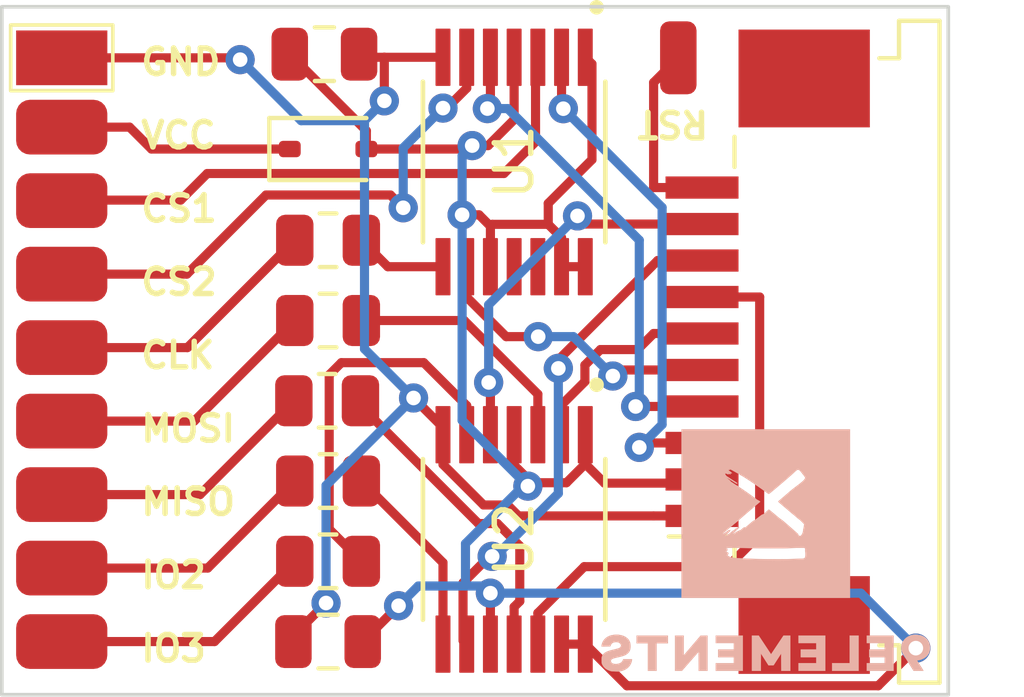
<source format=kicad_pcb>
(kicad_pcb (version 20240108) (generator "pcbnew") (generator_version "8.0")
  (title_block (comment 4 "AISLER Project ID: ACSKGVNI"))
  (layers (0 "F.Cu" signal) (31 "B.Cu" signal) (34 "B.Paste" user) (35 "F.Paste" user) (36 "B.SilkS" user "B.Silkscreen") (37 "F.SilkS" user "F.Silkscreen") (38 "B.Mask" user) (39 "F.Mask" user) (44 "Edge.Cuts" user))
  (net 0 "")
  (net 1 "+3.3V")
  (net 2 "GND")
  (net 3 "P_CS1")
  (net 4 "P_CLK")
  (net 5 "P_MISO")
  (net 6 "P_MOSI")
  (net 7 "P_IO2")
  (net 8 "P_IO3")
  (net 9 "P_CS2")
  (net 10 "CS1")
  (net 11 "CLK")
  (net 12 "MISO")
  (net 13 "MOSI")
  (net 14 "IO2")
  (net 15 "IO3")
  (net 16 "CS2")
  (net 17 "Net-(D1-K)")
  (net 18 "Net-(J1-Pin_10)")
  (net 19 "Net-(J2-Pin_5)")
  (net 20 "Net-(J2-Pin_6)")
  (net 21 "Net-(J2-Pin_7)")
  (net 22 "Net-(J2-Pin_8)")
  (net 23 "Net-(J2-Pin_9)")
  (footprint "TMUX1511PWR:SOP65P640X120-14N" (layer "F.Cu") (at 14.1 14.6 -90)
    (property "Reference" "U2" (at 0 0 90) (layer "F.SilkS"))
    (property "Value" "TMUX1511PWR" (hide yes))
    (pad "1" smd roundrect (at -2.87 -1.95 270) (size 1.57 0.41) (layers "F.Cu" "F.Paste" "F.Mask") (roundrect_rratio 0.05) (net 1 "+3.3V"))
    (pad "2" smd roundrect (at -2.87 -1.3 270) (size 1.57 0.41) (layers "F.Cu" "F.Paste" "F.Mask") (roundrect_rratio 0.05) (net 6 "P_MOSI"))
    (pad "3" smd roundrect (at -2.87 -0.65 270) (size 1.57 0.41) (layers "F.Cu" "F.Paste" "F.Mask") (roundrect_rratio 0.05) (net 13 "MOSI"))
    (pad "4" smd roundrect (at -2.87 0 270) (size 1.57 0.41) (layers "F.Cu" "F.Paste" "F.Mask") (roundrect_rratio 0.05) (net 1 "+3.3V"))
    (pad "5" smd roundrect (at -2.87 0.65 270) (size 1.57 0.41) (layers "F.Cu" "F.Paste" "F.Mask") (roundrect_rratio 0.05) (net 8 "P_IO3"))
    (pad "6" smd roundrect (at -2.87 1.3 270) (size 1.57 0.41) (layers "F.Cu" "F.Paste" "F.Mask") (roundrect_rratio 0.05) (net 15 "IO3"))
    (pad "7" smd roundrect (at -2.87 1.95 270) (size 1.57 0.41) (layers "F.Cu" "F.Paste" "F.Mask") (roundrect_rratio 0.05) (net 2 "GND"))
    (pad "8" smd roundrect (at 2.87 1.95 270) (size 1.57 0.41) (layers "F.Cu" "F.Paste" "F.Mask") (roundrect_rratio 0.05) (net 14 "IO2"))
    (pad "9" smd roundrect (at 2.87 1.3 270) (size 1.57 0.41) (layers "F.Cu" "F.Paste" "F.Mask") (roundrect_rratio 0.05) (net 7 "P_IO2"))
    (pad "10" smd roundrect (at 2.87 0.65 270) (size 1.57 0.41) (layers "F.Cu" "F.Paste" "F.Mask") (roundrect_rratio 0.05) (net 1 "+3.3V"))
    (pad "11" smd roundrect (at 2.87 0 270) (size 1.57 0.41) (layers "F.Cu" "F.Paste" "F.Mask") (roundrect_rratio 0.05) (net 12 "MISO"))
    (pad "12" smd roundrect (at 2.87 -0.65 270) (size 1.57 0.41) (layers "F.Cu" "F.Paste" "F.Mask") (roundrect_rratio 0.05) (net 5 "P_MISO"))
    (pad "13" smd roundrect (at 2.87 -1.3 270) (size 1.57 0.41) (layers "F.Cu" "F.Paste" "F.Mask") (roundrect_rratio 0.05) (net 1 "+3.3V"))
    (pad "14" smd roundrect (at 2.87 -1.95 270) (size 1.57 0.41) (layers "F.Cu" "F.Paste" "F.Mask") (roundrect_rratio 0.05) (net 1 "+3.3V"))
  )
  (footprint "TMUX1511PWR:SOP65P640X120-14N" (layer "F.Cu") (at 14.1 4.255 -90)
    (property "Reference" "U1" (at 0 0 90) (layer "F.SilkS"))
    (property "Value" "TMUX1511PWR" (hide yes))
    (pad "1" smd roundrect (at -2.87 -1.95 270) (size 1.57 0.41) (layers "F.Cu" "F.Paste" "F.Mask") (roundrect_rratio 0.05) (net 1 "+3.3V"))
    (pad "2" smd roundrect (at -2.87 -1.3 270) (size 1.57 0.41) (layers "F.Cu" "F.Paste" "F.Mask") (roundrect_rratio 0.05) (net 3 "P_CS1"))
    (pad "3" smd roundrect (at -2.87 -0.65 270) (size 1.57 0.41) (layers "F.Cu" "F.Paste" "F.Mask") (roundrect_rratio 0.05) (net 10 "CS1"))
    (pad "4" smd roundrect (at -2.87 0 270) (size 1.57 0.41) (layers "F.Cu" "F.Paste" "F.Mask") (roundrect_rratio 0.05) (net 1 "+3.3V"))
    (pad "5" smd roundrect (at -2.87 0.65 270) (size 1.57 0.41) (layers "F.Cu" "F.Paste" "F.Mask") (roundrect_rratio 0.05) (net 9 "P_CS2"))
    (pad "6" smd roundrect (at -2.87 1.3 270) (size 1.57 0.41) (layers "F.Cu" "F.Paste" "F.Mask") (roundrect_rratio 0.05) (net 16 "CS2"))
    (pad "7" smd roundrect (at -2.87 1.95 270) (size 1.57 0.41) (layers "F.Cu" "F.Paste" "F.Mask") (roundrect_rratio 0.05) (net 2 "GND"))
    (pad "8" smd roundrect (at 2.87 1.95 270) (size 1.57 0.41) (layers "F.Cu" "F.Paste" "F.Mask") (roundrect_rratio 0.05) (net 11 "CLK"))
    (pad "9" smd roundrect (at 2.87 1.3 270) (size 1.57 0.41) (layers "F.Cu" "F.Paste" "F.Mask") (roundrect_rratio 0.05) (net 4 "P_CLK"))
    (pad "10" smd roundrect (at 2.87 0.65 270) (size 1.57 0.41) (layers "F.Cu" "F.Paste" "F.Mask") (roundrect_rratio 0.05) (net 1 "+3.3V"))
    (pad "11" smd roundrect (at 2.87 0 270) (size 1.57 0.41) (layers "F.Cu" "F.Paste" "F.Mask") (roundrect_rratio 0.05))
    (pad "12" smd roundrect (at 2.87 -0.65 270) (size 1.57 0.41) (layers "F.Cu" "F.Paste" "F.Mask") (roundrect_rratio 0.05))
    (pad "13" smd roundrect (at 2.87 -1.3 270) (size 1.57 0.41) (layers "F.Cu" "F.Paste" "F.Mask") (roundrect_rratio 0.05) (net 1 "+3.3V"))
    (pad "14" smd roundrect (at 2.87 -1.95 270) (size 1.57 0.41) (layers "F.Cu" "F.Paste" "F.Mask") (roundrect_rratio 0.05) (net 1 "+3.3V"))
  )
  (footprint "Capacitor_SMD:C_0805_2012Metric" (layer "F.Cu") (at 8.9 1.3)
    (property "Reference" "C2" (hide yes))
    (property "Value" "100n" (hide yes))
    (pad "1" smd roundrect (at -0.95 0) (size 1 1.45) (layers "F.Cu" "F.Paste" "F.Mask") (net 1 "+3.3V"))
    (pad "2" smd roundrect (at 0.95 0) (size 1 1.45) (layers "F.Cu" "F.Paste" "F.Mask") (net 2 "GND"))
  )
  (footprint "Resistor_SMD:R_0805_2012Metric" (layer "F.Cu") (at 8.975 10.8)
    (property "Reference" "R4" (hide yes))
    (property "Value" "100")
    (pad "1" smd roundrect (at -0.9125 0) (size 1.025 1.4) (layers "F.Cu" "F.Paste" "F.Mask") (roundrect_rratio 0.243902439) (net 21 "Net-(J2-Pin_7)"))
    (pad "2" smd roundrect (at 0.9125 0) (size 1.025 1.4) (layers "F.Cu" "F.Paste" "F.Mask") (roundrect_rratio 0.243902439) (net 12 "MISO"))
  )
  (footprint "Resistor_SMD:R_0805_2012Metric" (layer "F.Cu") (at 9 8.6)
    (property "Reference" "R5" (hide yes))
    (property "Value" "100")
    (pad "1" smd roundrect (at -0.9125 0) (size 1.025 1.4) (layers "F.Cu" "F.Paste" "F.Mask") (roundrect_rratio 0.243902439) (net 20 "Net-(J2-Pin_6)"))
    (pad "2" smd roundrect (at 0.9125 0) (size 1.025 1.4) (layers "F.Cu" "F.Paste" "F.Mask") (roundrect_rratio 0.243902439) (net 13 "MOSI"))
  )
  (footprint "Connector_Wire:SolderWirePad_1x01_SMD_1x2mm" (layer "F.Cu") (at 18.6 1.4)
    (property "Reference" "J3" (hide yes))
    (property "Value" "Conn_01x01" (hide yes))
    (pad "1" smd roundrect (at 0 0) (size 1 2) (layers "F.Cu" "F.Paste" "F.Mask") (net 18 "Net-(J1-Pin_10)"))
  )
  (footprint "Resistor_SMD:R_0805_2012Metric" (layer "F.Cu") (at 9 15.2)
    (property "Reference" "R2" (hide yes))
    (property "Value" "100" (hide yes))
    (pad "1" smd roundrect (at -0.9125 0) (size 1.025 1.4) (layers "F.Cu" "F.Paste" "F.Mask") (roundrect_rratio 0.243902439) (net 23 "Net-(J2-Pin_9)"))
    (pad "2" smd roundrect (at 0.9125 0) (size 1.025 1.4) (layers "F.Cu" "F.Paste" "F.Mask") (roundrect_rratio 0.243902439) (net 15 "IO3"))
  )
  (footprint "Resistor_SMD:R_0805_2012Metric" (layer "F.Cu") (at 9 6.4)
    (property "Reference" "R1" (hide yes))
    (property "Value" "100")
    (pad "1" smd roundrect (at -0.9125 0) (size 1.025 1.4) (layers "F.Cu" "F.Paste" "F.Mask") (roundrect_rratio 0.243902439) (net 19 "Net-(J2-Pin_5)"))
    (pad "2" smd roundrect (at 0.9125 0) (size 1.025 1.4) (layers "F.Cu" "F.Paste" "F.Mask") (roundrect_rratio 0.243902439) (net 11 "CLK"))
  )
  (footprint "Capacitor_SMD:C_0805_2012Metric" (layer "F.Cu") (at 9 17.4 180)
    (property "Reference" "C1" (hide yes))
    (property "Value" "100n" (hide yes))
    (pad "1" smd roundrect (at -0.95 0 180) (size 1 1.45) (layers "F.Cu" "F.Paste" "F.Mask") (net 1 "+3.3V"))
    (pad "2" smd roundrect (at 0.95 0 180) (size 1 1.45) (layers "F.Cu" "F.Paste" "F.Mask") (net 2 "GND"))
  )
  (footprint "Connector_FFC-FPC:TE_1-84952-0_1x10-1MP_P1.0mm_Horizontal" (layer "F.Cu") (at 21.05 9.456 90)
    (property "Reference" "J1" (hide yes))
    (property "Value" "Conn_01x10_Socket" (hide yes))
    (pad "1" smd rect (at -4.5 -1.8 90) (size 0.61 2) (layers "F.Cu" "F.Paste" "F.Mask") (net 2 "GND"))
    (pad "2" smd rect (at -3.5 -1.8 90) (size 0.61 2) (layers "F.Cu" "F.Paste" "F.Mask") (net 1 "+3.3V"))
    (pad "3" smd rect (at -2.5 -1.8 90) (size 0.61 2) (layers "F.Cu" "F.Paste" "F.Mask") (net 3 "P_CS1"))
    (pad "4" smd rect (at -1.5 -1.8 90) (size 0.61 2) (layers "F.Cu" "F.Paste" "F.Mask") (net 9 "P_CS2"))
    (pad "5" smd rect (at -0.5 -1.8 90) (size 0.61 2) (layers "F.Cu" "F.Paste" "F.Mask") (net 4 "P_CLK"))
    (pad "6" smd rect (at 0.5 -1.8 90) (size 0.61 2) (layers "F.Cu" "F.Paste" "F.Mask") (net 6 "P_MOSI"))
    (pad "7" smd rect (at 1.5 -1.8 90) (size 0.61 2) (layers "F.Cu" "F.Paste" "F.Mask") (net 5 "P_MISO"))
    (pad "8" smd rect (at 2.5 -1.8 90) (size 0.61 2) (layers "F.Cu" "F.Paste" "F.Mask") (net 7 "P_IO2"))
    (pad "9" smd rect (at 3.5 -1.8 90) (size 0.61 2) (layers "F.Cu" "F.Paste" "F.Mask") (net 8 "P_IO3"))
    (pad "10" smd rect (at 4.5 -1.8 90) (size 0.61 2) (layers "F.Cu" "F.Paste" "F.Mask") (net 18 "Net-(J1-Pin_10)"))
    (pad "MP" smd rect (at -7.49 1 90) (size 2.68 3.6) (layers "F.Cu" "F.Paste" "F.Mask"))
    (pad "MP" smd rect (at 7.49 1 90) (size 2.68 3.6) (layers "F.Cu" "F.Paste" "F.Mask"))
  )
  (footprint "pad:wire_pad_row_1x09-2x3mm" (layer "F.Cu") (at 1.7 1.4 -90)
    (property "Reference" "J2" (hide yes))
    (property "Value" "SPI_Socket" (hide yes))
    (pad "1" smd rect (at 0 0 270) (size 1.5 2.5) (layers "F.Cu" "F.Paste" "F.Mask") (net 2 "GND"))
    (pad "2" smd roundrect (at 1.9 0 270) (size 1.5 2.5) (layers "F.Cu" "F.Paste" "F.Mask") (net 17 "Net-(D1-K)"))
    (pad "3" smd roundrect (at 3.914285 0 270) (size 1.5 2.5) (layers "F.Cu" "F.Paste" "F.Mask") (net 10 "CS1"))
    (pad "4" smd roundrect (at 5.92857 0 270) (size 1.5 2.5) (layers "F.Cu" "F.Paste" "F.Mask") (net 16 "CS2"))
    (pad "5" smd roundrect (at 7.942855 0 270) (size 1.5 2.5) (layers "F.Cu" "F.Paste" "F.Mask") (net 19 "Net-(J2-Pin_5)"))
    (pad "6" smd roundrect (at 9.95714 0 270) (size 1.5 2.5) (layers "F.Cu" "F.Paste" "F.Mask") (net 20 "Net-(J2-Pin_6)"))
    (pad "7" smd roundrect (at 11.971425 0 270) (size 1.5 2.5) (layers "F.Cu" "F.Paste" "F.Mask") (net 21 "Net-(J2-Pin_7)"))
    (pad "8" smd roundrect (at 13.98571 0 270) (size 1.5 2.5) (layers "F.Cu" "F.Paste" "F.Mask") (net 22 "Net-(J2-Pin_8)"))
    (pad "9" smd roundrect (at 16 0 270) (size 1.5 2.5) (layers "F.Cu" "F.Paste" "F.Mask") (net 23 "Net-(J2-Pin_9)"))
  )
  (footprint "Diode_SMD:D_SOD-323" (layer "F.Cu") (at 9 3.9)
    (property "Reference" "D1" (hide yes))
    (property "Value" "BAT60A" (hide yes))
    (pad "1" smd roundrect (at -1.05 0) (size 0.6 0.45) (layers "F.Cu" "F.Paste" "F.Mask") (net 17 "Net-(D1-K)"))
    (pad "2" smd roundrect (at 1.05 0) (size 0.6 0.45) (layers "F.Cu" "F.Paste" "F.Mask") (net 1 "+3.3V"))
  )
  (footprint "Resistor_SMD:R_0805_2012Metric" (layer "F.Cu") (at 9 13)
    (property "Reference" "R3" (hide yes))
    (property "Value" "100")
    (pad "1" smd roundrect (at -0.9125 0) (size 1.025 1.4) (layers "F.Cu" "F.Paste" "F.Mask") (roundrect_rratio 0.243902439) (net 22 "Net-(J2-Pin_8)"))
    (pad "2" smd roundrect (at 0.9125 0) (size 1.025 1.4) (layers "F.Cu" "F.Paste" "F.Mask") (roundrect_rratio 0.243902439) (net 14 "IO2"))
  )
  (footprint "pi_hat_spi_v2:9elogo" (layer "B.Cu") (at 21 14.9 180)
    (property "Reference" "G***" (hide yes))
    (property "Value" "LOGO" (hide yes))
  )
  (gr_rect (start 0.058 0) (end 26 18.856) (stroke (width 0.1)) (fill none) (layer "Edge.Cuts"))
  (gr_text "CS2" (at 3.8 7.953125 0) (layer "F.SilkS") (effects (font (size 0.7 0.7)) (justify left bottom)))
  (gr_text "MOSI" (at 3.8 11.971875 0) (layer "F.SilkS") (effects (font (size 0.7 0.7)) (justify left bottom)))
  (gr_text "RST" (at 19.5 2.8 180) (layer "F.SilkS") (effects (font (size 0.7 0.7)) (justify left bottom)))
  (gr_text "CLK" (at 3.8 9.9625 0) (layer "F.SilkS") (effects (font (size 0.7 0.7)) (justify left bottom)))
  (gr_text "VCC" (at 3.8 3.934375 0) (layer "F.SilkS") (effects (font (size 0.7 0.7)) (justify left bottom)))
  (gr_text "CS1" (at 3.8 5.94375 0) (layer "F.SilkS") (effects (font (size 0.7 0.7)) (justify left bottom)))
  (gr_text "MISO" (at 3.8 13.98125 0) (layer "F.SilkS") (effects (font (size 0.7 0.7)) (justify left bottom)))
  (gr_text "GND" (at 3.8 1.925 0) (layer "F.SilkS") (effects (font (size 0.7 0.7)) (justify left bottom)))
  (gr_text "IO2" (at 3.8 15.990625 0) (layer "F.SilkS") (effects (font (size 0.7 0.7)) (justify left bottom)))
  (gr_text "IO3" (at 3.8 18 0) (layer "F.SilkS") (effects (font (size 0.7 0.7)) (justify left bottom)))
  (segment (start 13.45 16.0743) (end 13.4488 16.0731) (width 0.25) (layer "F.Cu") (net 1))
  (segment (start 12.95 3.8055) (end 12.8555 3.9) (width 0.25) (layer "F.Cu") (net 1))
  (segment (start 15.4 6.3289) (end 15.4 7.125) (width 0.25) (layer "F.Cu") (net 1))
  (segment (start 14.1 3.0934) (end 14.1 1.385) (width 0.25) (layer "F.Cu") (net 1))
  (segment (start 15.0351 5.964) (end 15.4 6.3289) (width 0.25) (layer "F.Cu") (net 1))
  (segment (start 16.5772 13.0576) (end 19.1484 13.0576) (width 0.25) (layer "F.Cu") (net 1))
  (segment (start 14.3631 12.8403) (end 14.5692 13.0463) (width 0.25) (layer "F.Cu") (net 1))
  (segment (start 15.0351 5.3888) (end 15.0351 5.964) (width 0.25) (layer "F.Cu") (net 1))
  (segment (start 12.95 3.8055) (end 13.3879 3.8055) (width 0.25) (layer "F.Cu") (net 1))
  (segment (start 25.11 17.58) (end 24.079 18.611) (width 0.25) (layer "F.Cu") (net 1))
  (segment (start 17.191 18.611) (end 16.05 17.47) (width 0.25) (layer "F.Cu") (net 1))
  (segment (start 14.1 11.73) (end 14.1 12.565) (width 0.25) (layer "F.Cu") (net 1))
  (segment (start 15.4 7.125) (end 16.05 7.125) (width 0.25) (layer "F.Cu") (net 1))
  (segment (start 13.45 7.125) (end 13.45 6.0149) (width 0.25) (layer "F.Cu") (net 1))
  (segment (start 13.3879 3.8055) (end 14.1 3.0934) (width 0.25) (layer "F.Cu") (net 1))
  (segment (start 13.45 6.0149) (end 13.5009 5.964) (width 0.25) (layer "F.Cu") (net 1))
  (segment (start 10.05 3.4) (end 7.95 1.3) (width 0.25) (layer "F.Cu") (net 1))
  (segment (start 16.05 12.5304) (end 16.05 11.73) (width 0.25) (layer "F.Cu") (net 1))
  (segment (start 13.5009 5.964) (end 15.0351 5.964) (width 0.25) (layer "F.Cu") (net 1))
  (segment (start 13.45 17.47) (end 13.45 16.0743) (width 0.25) (layer "F.Cu") (net 1))
  (segment (start 10.932 16.418) (end 9.95 17.4) (width 0.25) (layer "F.Cu") (net 1))
  (segment (start 14.5692 13.0463) (end 14.4761 13.1394) (width 0.25) (layer "F.Cu") (net 1))
  (segment (start 14.5692 13.0464) (end 15.534 13.0464) (width 0.25) (layer "F.Cu") (net 1))
  (segment (start 16.05 1.385) (end 16.2336 1.5686) (width 0.25) (layer "F.Cu") (net 1))
  (segment (start 19.1484 13.0576) (end 19.25 12.956) (width 0.25) (layer "F.Cu") (net 1))
  (segment (start 14.5692 13.0463) (end 14.5692 13.0464) (width 0.25) (layer "F.Cu") (net 1))
  (segment (start 15.534 13.0464) (end 16.05 12.5304) (width 0.25) (layer "F.Cu") (net 1))
  (segment (start 16.2336 1.5686) (end 16.2336 4.1903) (width 0.25) (layer "F.Cu") (net 1))
  (segment (start 24.079 18.611) (end 17.191 18.611) (width 0.25) (layer "F.Cu") (net 1))
  (segment (start 12.8555 3.9) (end 10.05 3.9) (width 0.25) (layer "F.Cu") (net 1))
  (segment (start 10.05 3.9) (end 10.05 3.4) (width 0.25) (layer "F.Cu") (net 1))
  (segment (start 16.05 12.5304) (end 16.5772 13.0576) (width 0.25) (layer "F.Cu") (net 1))
  (segment (start 13.45 6.0149) (end 13.1387 5.7036) (width 0.25) (layer "F.Cu") (net 1))
  (segment (start 14.1 12.565) (end 14.3631 12.8281) (width 0.25) (layer "F.Cu") (net 1))
  (segment (start 14.3631 12.8281) (end 14.3631 12.8403) (width 0.25) (layer "F.Cu") (net 1))
  (segment (start 16.05 17.47) (end 15.4 17.47) (width 0.25) (layer "F.Cu") (net 1))
  (segment (start 13.1387 5.7036) (end 12.6741 5.7036) (width 0.25) (layer "F.Cu") (net 1))
  (segment (start 16.2336 4.1903) (end 15.0351 5.3888) (width 0.25) (layer "F.Cu") (net 1))
  (via (at 25.11 17.58) (size 0.8) (drill 0.4) (layers "F.Cu" "B.Cu") (net 1))
  (via (at 14.4761 13.1394) (size 0.8) (drill 0.4) (layers "F.Cu" "B.Cu") (net 1))
  (via (at 10.932 16.418) (size 0.8) (drill 0.4) (layers "F.Cu" "B.Cu") (net 1))
  (via (at 12.6741 5.7036) (size 0.8) (drill 0.4) (layers "F.Cu" "B.Cu") (net 1))
  (via (at 12.95 3.8055) (size 0.8) (drill 0.4) (layers "F.Cu" "B.Cu") (net 1))
  (via (at 13.4488 16.0731) (size 0.8) (drill 0.4) (layers "F.Cu" "B.Cu") (net 1))
  (segment (start 12.7667 15.877) (end 13.2527 15.877) (width 0.25) (layer "B.Cu") (net 1))
  (segment (start 23.6031 16.0731) (end 13.4488 16.0731) (width 0.25) (layer "B.Cu") (net 1))
  (segment (start 14.4761 13.1394) (end 12.6741 11.3374) (width 0.25) (layer "B.Cu") (net 1))
  (segment (start 12.7667 14.716) (end 12.7667 15.877) (width 0.25) (layer "B.Cu") (net 1))
  (segment (start 12.6741 4.0814) (end 12.95 3.8055) (width 0.25) (layer "B.Cu") (net 1))
  (segment (start 13.2527 15.877) (end 13.4488 16.0731) (width 0.25) (layer "B.Cu") (net 1))
  (segment (start 14.4761 13.1394) (end 14.3433 13.1394) (width 0.25) (layer "B.Cu") (net 1))
  (segment (start 25.11 17.58) (end 23.6031 16.0731) (width 0.25) (layer "B.Cu") (net 1))
  (segment (start 11.473 15.877) (end 12.7667 15.877) (width 0.25) (layer "B.Cu") (net 1))
  (segment (start 14.3433 13.1394) (end 12.7667 14.716) (width 0.25) (layer "B.Cu") (net 1))
  (segment (start 12.6741 11.3374) (end 12.6741 5.7036) (width 0.25) (layer "B.Cu") (net 1))
  (segment (start 12.6741 5.7036) (end 12.6741 4.0814) (width 0.25) (layer "B.Cu") (net 1))
  (segment (start 10.932 16.418) (end 11.473 15.877) (width 0.25) (layer "B.Cu") (net 1))
  (segment (start 17.9233 13.956) (end 14.2189 13.956) (width 0.25) (layer "F.Cu") (net 2))
  (segment (start 8.05 17.2375) (end 8.05 17.4) (width 0.25) (layer "F.Cu") (net 2))
  (segment (start 13.2621 13.6562) (end 12.15 12.5441) (width 0.25) (layer "F.Cu") (net 2))
  (segment (start 12.15 11.73) (end 12.15 11.5304) (width 0.25) (layer "F.Cu") (net 2))
  (segment (start 6.59 1.45) (end 6.54 1.4) (width 0.25) (layer "F.Cu") (net 2))
  (segment (start 6.54 1.4) (end 1.7 1.4) (width 0.25) (layer "F.Cu") (net 2))
  (segment (start 9.935 1.385) (end 9.85 1.3) (width 0.25) (layer "F.Cu") (net 2))
  (segment (start 10.5421 1.385) (end 10.5421 2.579) (width 0.25) (layer "F.Cu") (net 2))
  (segment (start 8.9448 16.3427) (end 8.05 17.2375) (width 0.25) (layer "F.Cu") (net 2))
  (segment (start 12.15 11.5304) (end 11.3428 10.7232) (width 0.25) (layer "F.Cu") (net 2))
  (segment (start 14.2189 13.956) (end 13.9191 13.6562) (width 0.25) (layer "F.Cu") (net 2))
  (segment (start 12.15 1.385) (end 10.5421 1.385) (width 0.25) (layer "F.Cu") (net 2))
  (segment (start 13.9191 13.6562) (end 13.2621 13.6562) (width 0.25) (layer "F.Cu") (net 2))
  (segment (start 10.5421 1.385) (end 9.935 1.385) (width 0.25) (layer "F.Cu") (net 2))
  (segment (start 19.25 13.956) (end 17.9233 13.956) (width 0.25) (layer "F.Cu") (net 2))
  (segment (start 12.15 12.5441) (end 12.15 11.73) (width 0.25) (layer "F.Cu") (net 2))
  (via (at 11.3428 10.7232) (size 0.8) (drill 0.4) (layers "F.Cu" "B.Cu") (net 2))
  (via (at 8.9448 16.3427) (size 0.8) (drill 0.4) (layers "F.Cu" "B.Cu") (net 2))
  (via (at 6.59 1.45) (size 0.8) (drill 0.4) (layers "F.Cu" "B.Cu") (net 2))
  (via (at 10.5421 2.579) (size 0.8) (drill 0.4) (layers "F.Cu" "B.Cu") (net 2))
  (segment (start 11.3428 10.7232) (end 9.9988 9.3792) (width 0.25) (layer "B.Cu") (net 2))
  (segment (start 6.59 1.45) (end 8.2623 3.1223) (width 0.25) (layer "B.Cu") (net 2))
  (segment (start 8.9448 16.3427) (end 8.9448 13.1212) (width 0.25) (layer "B.Cu") (net 2))
  (segment (start 9.9988 9.3792) (end 9.9988 3.1223) (width 0.25) (layer "B.Cu") (net 2))
  (segment (start 9.9988 3.1223) (end 10.5421 2.579) (width 0.25) (layer "B.Cu") (net 2))
  (segment (start 8.9448 13.1212) (end 11.3428 10.7232) (width 0.25) (layer "B.Cu") (net 2))
  (segment (start 8.2623 3.1223) (end 9.9988 3.1223) (width 0.25) (layer "B.Cu") (net 2))
  (segment (start 17.530782 12.076636) (end 17.651418 11.956) (width 0.25) (layer "F.Cu") (net 3))
  (segment (start 17.651418 11.956) (end 19.25 11.956) (width 0.25) (layer "F.Cu") (net 3))
  (segment (start 15.4 1.385) (end 15.4 2.7454) (width 0.25) (layer "F.Cu") (net 3))
  (segment (start 15.4 2.7454) (end 15.4484 2.7938) (width 0.25) (layer "F.Cu") (net 3))
  (via (at 17.530782 12.076636) (size 0.8) (drill 0.4) (layers "F.Cu" "B.Cu") (net 3))
  (via (at 15.4484 2.7938) (size 0.8) (drill 0.4) (layers "F.Cu" "B.Cu") (net 3))
  (segment (start 18.1558 5.5012) (end 15.4484 2.7938) (width 0.25) (layer "B.Cu") (net 3))
  (segment (start 17.530782 12.076636) (end 18.1558 11.451618) (width 0.25) (layer "B.Cu") (net 3))
  (segment (start 18.1558 11.451618) (end 18.1558 5.5012) (width 0.25) (layer "B.Cu") (net 3))
  (segment (start 16.8052 10.1216) (end 16.9708 9.956) (width 0.25) (layer "F.Cu") (net 4))
  (segment (start 12.8 7.125) (end 12.8 7.96) (width 0.25) (layer "F.Cu") (net 4))
  (segment (start 16.9708 9.956) (end 19.25 9.956) (width 0.25) (layer "F.Cu") (net 4))
  (segment (start 13.8821 9.0421) (end 14.7592 9.0421) (width 0.25) (layer "F.Cu") (net 4))
  (segment (start 12.8 7.96) (end 13.8821 9.0421) (width 0.25) (layer "F.Cu") (net 4))
  (via (at 16.8052 10.1216) (size 0.8) (drill 0.4) (layers "F.Cu" "B.Cu") (net 4))
  (via (at 14.7592 9.0421) (size 0.8) (drill 0.4) (layers "F.Cu" "B.Cu") (net 4))
  (segment (start 16.8052 10.1216) (end 15.7257 9.0421) (width 0.25) (layer "B.Cu") (net 4))
  (segment (start 15.7257 9.0421) (end 14.7592 9.0421) (width 0.25) (layer "B.Cu") (net 4))
  (segment (start 19.9537 15.3463) (end 20.83 14.47) (width 0.25) (layer "F.Cu") (net 5))
  (segment (start 20.83 14.47) (end 20.83 7.956) (width 0.25) (layer "F.Cu") (net 5))
  (segment (start 14.75 17.47) (end 14.75 16.6186) (width 0.25) (layer "F.Cu") (net 5))
  (segment (start 16.0223 15.3463) (end 19.9537 15.3463) (width 0.25) (layer "F.Cu") (net 5))
  (segment (start 20.83 7.956) (end 19.25 7.956) (width 0.25) (layer "F.Cu") (net 5))
  (segment (start 14.75 16.6186) (end 16.0223 15.3463) (width 0.25) (layer "F.Cu") (net 5))
  (segment (start 19.25 8.956) (end 17.9233 8.956) (width 0.25) (layer "F.Cu") (net 6))
  (segment (start 16.0395 9.8224) (end 16.0395 10.2737) (width 0.25) (layer "F.Cu") (net 6))
  (segment (start 17.9233 8.956) (end 17.4827 9.3966) (width 0.25) (layer "F.Cu") (net 6))
  (segment (start 15.4 10.9132) (end 15.4 11.73) (width 0.25) (layer "F.Cu") (net 6))
  (segment (start 16.0395 10.2737) (end 15.4 10.9132) (width 0.25) (layer "F.Cu") (net 6))
  (segment (start 17.4827 9.3966) (end 16.4653 9.3966) (width 0.25) (layer "F.Cu") (net 6))
  (segment (start 16.4653 9.3966) (end 16.0395 9.8224) (width 0.25) (layer "F.Cu") (net 6))
  (segment (start 13.4246 15.0642) (end 13.4981 15.0642) (width 0.25) (layer "F.Cu") (net 7))
  (segment (start 18.034 6.956) (end 15.3116 9.6784) (width 0.25) (layer "F.Cu") (net 7))
  (segment (start 12.6996 17.3696) (end 12.6996 15.7892) (width 0.25) (layer "F.Cu") (net 7))
  (segment (start 12.6996 15.7892) (end 13.4246 15.0642) (width 0.25) (layer "F.Cu") (net 7))
  (segment (start 19.25 6.956) (end 18.034 6.956) (width 0.25) (layer "F.Cu") (net 7))
  (segment (start 15.3116 9.6784) (end 15.3116 9.9115) (width 0.25) (layer "F.Cu") (net 7))
  (segment (start 12.8 17.47) (end 12.6996 17.3696) (width 0.25) (layer "F.Cu") (net 7))
  (via (at 15.3116 9.9115) (size 0.8) (drill 0.4) (layers "F.Cu" "B.Cu") (net 7))
  (via (at 13.4981 15.0642) (size 0.8) (drill 0.4) (layers "F.Cu" "B.Cu") (net 7))
  (segment (start 15.3116 9.9115) (end 15.3116 13.3388) (width 0.25) (layer "B.Cu") (net 7))
  (segment (start 13.5862 15.0642) (end 13.4981 15.0642) (width 0.25) (layer "B.Cu") (net 7))
  (segment (start 15.3116 13.3388) (end 13.5862 15.0642) (width 0.25) (layer "B.Cu") (net 7))
  (segment (start 19.25 5.956) (end 16.0605 5.956) (width 0.25) (layer "F.Cu") (net 8))
  (segment (start 16.0605 5.956) (end 15.8369 5.7324) (width 0.25) (layer "F.Cu") (net 8))
  (segment (start 13.45 10.3461) (end 13.45 11.73) (width 0.25) (layer "F.Cu") (net 8))
  (segment (start 13.4015 10.2976) (end 13.45 10.3461) (width 0.25) (layer "F.Cu") (net 8))
  (via (at 13.4015 10.2976) (size 0.8) (drill 0.4) (layers "F.Cu" "B.Cu") (net 8))
  (via (at 15.8369 5.7324) (size 0.8) (drill 0.4) (layers "F.Cu" "B.Cu") (net 8))
  (segment (start 13.4015 8.1678) (end 15.8369 5.7324) (width 0.25) (layer "B.Cu") (net 8))
  (segment (start 13.4015 10.2976) (end 13.4015 8.1678) (width 0.25) (layer "B.Cu") (net 8))
  (segment (start 17.4308 10.956) (end 19.25 10.956) (width 0.25) (layer "F.Cu") (net 9))
  (segment (start 13.45 2.7074) (end 13.3662 2.7912) (width 0.25) (layer "F.Cu") (net 9))
  (segment (start 13.45 1.385) (end 13.45 2.7074) (width 0.25) (layer "F.Cu") (net 9))
  (via (at 17.4308 10.956) (size 0.8) (drill 0.4) (layers "F.Cu" "B.Cu") (net 9))
  (via (at 13.3662 2.7912) (size 0.8) (drill 0.4) (layers "F.Cu" "B.Cu") (net 9))
  (segment (start 17.5302 10.8566) (end 17.5302 6.398) (width 0.25) (layer "B.Cu") (net 9))
  (segment (start 17.4308 10.956) (end 17.5302 10.8566) (width 0.25) (layer "B.Cu") (net 9))
  (segment (start 17.5302 6.398) (end 13.9234 2.7912) (width 0.25) (layer "B.Cu") (net 9))
  (segment (start 13.9234 2.7912) (end 13.3662 2.7912) (width 0.25) (layer "B.Cu") (net 9))
  (segment (start 5.689 4.571) (end 13.819 4.571) (width 0.25) (layer "F.Cu") (net 10))
  (segment (start 1.7143 5.3) (end 4.96 5.3) (width 0.25) (layer "F.Cu") (net 10))
  (segment (start 13.819 4.571) (end 14.6868 3.7032) (width 0.25) (layer "F.Cu") (net 10))
  (segment (start 4.96 5.3) (end 5.689 4.571) (width 0.25) (layer "F.Cu") (net 10))
  (segment (start 1.7 5.3143) (end 1.7143 5.3) (width 0.25) (layer "F.Cu") (net 10))
  (segment (start 14.6868 3.7032) (end 14.6868 1.4482) (width 0.25) (layer "F.Cu") (net 10))
  (segment (start 14.6868 1.4482) (end 14.75 1.385) (width 0.25) (layer "F.Cu") (net 10))
  (segment (start 9.9125 6.4) (end 10.6375 7.125) (width 0.25) (layer "F.Cu") (net 11))
  (segment (start 10.6375 7.125) (end 12.15 7.125) (width 0.25) (layer "F.Cu") (net 11))
  (segment (start 14.2545 14.7788) (end 14.2545 16.2954) (width 0.25) (layer "F.Cu") (net 12))
  (segment (start 14.1 16.4499) (end 14.1 17.47) (width 0.25) (layer "F.Cu") (net 12))
  (segment (start 9.8875 10.8) (end 9.8875 10.9313) (width 0.25) (layer "F.Cu") (net 12))
  (segment (start 14.2545 16.2954) (end 14.1 16.4499) (width 0.25) (layer "F.Cu") (net 12))
  (segment (start 13.641 14.1653) (end 14.2545 14.7788) (width 0.25) (layer "F.Cu") (net 12))
  (segment (start 9.8875 10.9313) (end 13.1215 14.1653) (width 0.25) (layer "F.Cu") (net 12))
  (segment (start 13.1215 14.1653) (end 13.641 14.1653) (width 0.25) (layer "F.Cu") (net 12))
  (segment (start 14.75 10.6184) (end 12.7316 8.6) (width 0.25) (layer "F.Cu") (net 13))
  (segment (start 14.75 11.73) (end 14.75 10.6184) (width 0.25) (layer "F.Cu") (net 13))
  (segment (start 12.7316 8.6) (end 9.9125 8.6) (width 0.25) (layer "F.Cu") (net 13))
  (segment (start 12.15 15.2375) (end 9.9125 13) (width 0.25) (layer "F.Cu") (net 14))
  (segment (start 12.15 17.47) (end 12.15 15.2375) (width 0.25) (layer "F.Cu") (net 14))
  (segment (start 11.6233 9.7556) (end 12.8 10.9323) (width 0.25) (layer "F.Cu") (net 15))
  (segment (start 9.0312 10.0886) (end 9.3642 9.7556) (width 0.25) (layer "F.Cu") (net 15))
  (segment (start 9.3642 9.7556) (end 11.6233 9.7556) (width 0.25) (layer "F.Cu") (net 15))
  (segment (start 12.8 10.9323) (end 12.8 11.73) (width 0.25) (layer "F.Cu") (net 15))
  (segment (start 9.0312 14.3187) (end 9.0312 10.0886) (width 0.25) (layer "F.Cu") (net 15))
  (segment (start 9.9125 15.2) (end 9.0312 14.3187) (width 0.25) (layer "F.Cu") (net 15))
  (segment (start 5.1314 7.3286) (end 1.7 7.3286) (width 0.25) (layer "F.Cu") (net 16))
  (segment (start 11.06 5.51) (end 10.71 5.16) (width 0.25) (layer "F.Cu") (net 16))
  (segment (start 12.8 2.2318) (end 12.2542 2.7776) (width 0.25) (layer "F.Cu") (net 16))
  (segment (start 12.8 1.385) (end 12.8 2.2318) (width 0.25) (layer "F.Cu") (net 16))
  (segment (start 7.3 5.16) (end 5.1314 7.3286) (width 0.25) (layer "F.Cu") (net 16))
  (segment (start 10.71 5.16) (end 7.3 5.16) (width 0.25) (layer "F.Cu") (net 16))
  (segment (start 12.2542 2.7776) (end 12.1502 2.7776) (width 0.25) (layer "F.Cu") (net 16))
  (via (at 12.1502 2.7776) (size 0.8) (drill 0.4) (layers "F.Cu" "B.Cu") (net 16))
  (via (at 11.06 5.51) (size 0.8) (drill 0.4) (layers "F.Cu" "B.Cu") (net 16))
  (segment (start 11.06 5.51) (end 11.06 3.8678) (width 0.25) (layer "B.Cu") (net 16))
  (segment (start 11.06 3.8678) (end 12.1502 2.7776) (width 0.25) (layer "B.Cu") (net 16))
  (segment (start 1.91 3.51) (end 1.7 3.3) (width 0.25) (layer "F.Cu") (net 17))
  (segment (start 4.16 3.9) (end 3.56 3.3) (width 0.25) (layer "F.Cu") (net 17))
  (segment (start 3.56 3.3) (end 1.7 3.3) (width 0.25) (layer "F.Cu") (net 17))
  (segment (start 7.95 3.9) (end 4.16 3.9) (width 0.25) (layer "F.Cu") (net 17))
  (segment (start 17.9233 2.0767) (end 18.6 1.4) (width 0.25) (layer "F.Cu") (net 18))
  (segment (start 19.25 4.956) (end 17.9233 4.956) (width 0.25) (layer "F.Cu") (net 18))
  (segment (start 17.9233 4.956) (end 17.9233 2.0767) (width 0.25) (layer "F.Cu") (net 18))
  (segment (start 8.0875 6.4) (end 5.1446 9.3429) (width 0.25) (layer "F.Cu") (net 19))
  (segment (start 5.1446 9.3429) (end 1.7 9.3429) (width 0.25) (layer "F.Cu") (net 19))
  (segment (start 8.0875 8.6) (end 5.3304 11.3571) (width 0.25) (layer "F.Cu") (net 20))
  (segment (start 5.3304 11.3571) (end 1.7 11.3571) (width 0.25) (layer "F.Cu") (net 20))
  (segment (start 5.4911 13.3714) (end 1.7 13.3714) (width 0.25) (layer "F.Cu") (net 21))
  (segment (start 8.0625 10.8) (end 5.4911 13.3714) (width 0.25) (layer "F.Cu") (net 21))
  (segment (start 5.7018 15.3857) (end 1.7 15.3857) (width 0.25) (layer "F.Cu") (net 22))
  (segment (start 8.0875 13) (end 5.7018 15.3857) (width 0.25) (layer "F.Cu") (net 22))
  (segment (start 5.8875 17.4) (end 1.7 17.4) (width 0.25) (layer "F.Cu") (net 23))
  (segment (start 8.0875 15.2) (end 5.8875 17.4) (width 0.25) (layer "F.Cu") (net 23))
)
</source>
